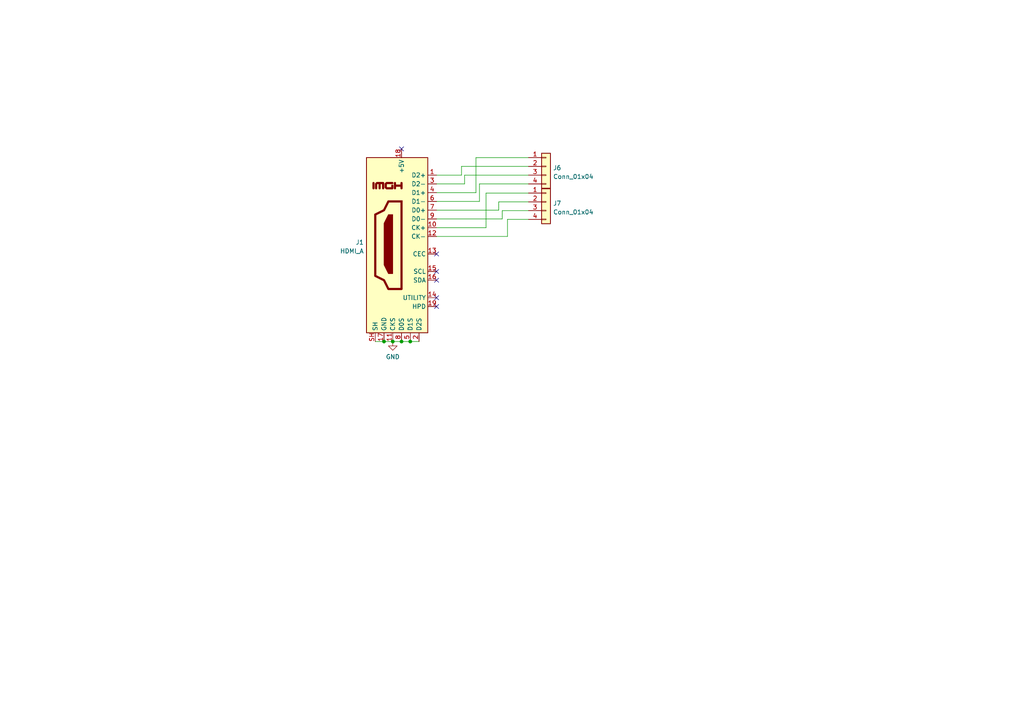
<source format=kicad_sch>
(kicad_sch (version 20211123) (generator eeschema)
  (paper "A4")
  (lib_symbols
    (symbol "Connector:HDMI_A"
      (property "Reference" "J" (at -6.35 26.67 0))
      (property "Value" "HDMI_A" (at 10.16 26.67 0))
      (symbol "HDMI_A_0_0"
        (polyline (pts (xy 8.128 16.51) (xy 8.128 18.034)) (stroke (width 0.635)))
        (polyline (pts (xy 0 16.51) (xy 0 18.034) (xy 0 17.272) (xy 1.905 17.272) (xy 1.905 18.034) (xy 1.905 16.51)) (stroke (width 0.635)))
        (polyline (pts (xy 2.667 18.034) (xy 4.318 18.034) (xy 4.572 17.78) (xy 4.572 16.764) (xy 4.318 16.51) (xy 2.667 16.51) (xy 2.667 17.272)) (stroke (width 0.635)))
      )
      (symbol "HDMI_A_0_1"
        (rectangle (start -7.62 25.4) (end 10.16 -25.4) (stroke (width 0.254)) (fill (type background)))
        (polyline (pts (xy 2.54 8.89) (xy 3.81 8.89) (xy 5.08 6.35) (xy 5.08 -5.715) (xy 3.81 -8.255) (xy 2.54 -8.255) (xy 2.54 8.89)) (fill (type outline)))
        (polyline (pts (xy 5.334 16.51) (xy 5.334 18.034) (xy 6.35 18.034) (xy 6.35 16.51) (xy 6.35 18.034) (xy 7.112 18.034) (xy 7.366 17.78) (xy 7.366 16.51)) (stroke (width 0.635)))
        (polyline (pts (xy 0 12.7) (xy 0 -12.7) (xy 3.81 -12.7) (xy 5.08 -10.16) (xy 7.62 -8.89) (xy 7.62 8.89) (xy 5.08 10.16) (xy 3.81 12.7) (xy 0 12.7)) (stroke (width 0.635)))
      )
      (symbol "HDMI_A_1_1"
        (pin passive line (at -10.16 20.32 0) (length 2.54) (name "D2+") (number "1"))
        (pin passive line (at -10.16 5.08 0) (length 2.54) (name "CK+") (number "10"))
        (pin power_in line (at 2.54 -27.94 90) (length 2.54) (name "CKS") (number "11"))
        (pin passive line (at -10.16 2.54 0) (length 2.54) (name "CK-") (number "12"))
        (pin bidirectional line (at -10.16 -2.54 0) (length 2.54) (name "CEC") (number "13"))
        (pin passive line (at -10.16 -15.24 0) (length 2.54) (name "UTILITY") (number "14"))
        (pin passive line (at -10.16 -7.62 0) (length 2.54) (name "SCL") (number "15"))
        (pin bidirectional line (at -10.16 -10.16 0) (length 2.54) (name "SDA") (number "16"))
        (pin power_in line (at 5.08 -27.94 90) (length 2.54) (name "GND") (number "17"))
        (pin power_in line (at 0 27.94 270) (length 2.54) (name "+5V") (number "18"))
        (pin passive line (at -10.16 -17.78 0) (length 2.54) (name "HPD") (number "19"))
        (pin power_in line (at -5.08 -27.94 90) (length 2.54) (name "D2S") (number "2"))
        (pin passive line (at -10.16 17.78 0) (length 2.54) (name "D2-") (number "3"))
        (pin passive line (at -10.16 15.24 0) (length 2.54) (name "D1+") (number "4"))
        (pin power_in line (at -2.54 -27.94 90) (length 2.54) (name "D1S") (number "5"))
        (pin passive line (at -10.16 12.7 0) (length 2.54) (name "D1-") (number "6"))
        (pin passive line (at -10.16 10.16 0) (length 2.54) (name "D0+") (number "7"))
        (pin power_in line (at 0 -27.94 90) (length 2.54) (name "D0S") (number "8"))
        (pin passive line (at -10.16 7.62 0) (length 2.54) (name "D0-") (number "9"))
        (pin passive line (at 7.62 -27.94 90) (length 2.54) (name "SH") (number "SH"))
      )
    )
    (symbol "Connector_Generic:Conn_01x04" (pin_names (offset 1.016) hide)
      (property "Reference" "J" (at 0 5.08 0))
      (property "Value" "Conn_01x04" (at 0 -7.62 0))
      (symbol "Conn_01x04_1_1"
        (rectangle (start -1.27 -4.953) (end 0 -5.207) (stroke (width 0.1524)))
        (rectangle (start -1.27 -2.413) (end 0 -2.667) (stroke (width 0.1524)))
        (rectangle (start -1.27 0.127) (end 0 -0.127) (stroke (width 0.1524)))
        (rectangle (start -1.27 2.667) (end 0 2.413) (stroke (width 0.1524)))
        (rectangle (start -1.27 3.81) (end 1.27 -6.35) (stroke (width 0.254)) (fill (type background)))
        (pin passive line (at -5.08 2.54 0) (length 3.81) (name "Pin_1") (number "1"))
        (pin passive line (at -5.08 0 0) (length 3.81) (name "Pin_2") (number "2"))
        (pin passive line (at -5.08 -2.54 0) (length 3.81) (name "Pin_3") (number "3"))
        (pin passive line (at -5.08 -5.08 0) (length 3.81) (name "Pin_4") (number "4"))
      )
    )
    (symbol "power:GND" (power) (pin_names (offset 0))
      (property "Value" "GND" (at 0 -3.81 0))
      (symbol "GND_0_1"
        (polyline (pts (xy 0 0) (xy 0 -1.27) (xy 1.27 -1.27) (xy 0 -2.54) (xy -1.27 -1.27) (xy 0 -1.27)))
      )
      (symbol "GND_1_1"
        (pin power_in line (at 0 0 270) (length 0) hide (name "GND") (number "1"))
      )
    )
  )
  (junction (at 113.919 99.06))
  (junction (at 118.999 99.06))
  (junction (at 111.379 99.06))
  (junction (at 116.459 99.06))
  (no_connect (at 126.619 73.66))
  (no_connect (at 126.619 78.74))
  (no_connect (at 116.459 43.18))
  (no_connect (at 126.619 81.28))
  (no_connect (at 126.619 86.36))
  (no_connect (at 126.619 88.9))
  (wire (pts (xy 144.653 58.547) (xy 153.289 58.547)))
  (wire (pts (xy 145.669 61.087) (xy 145.669 63.5)))
  (wire (pts (xy 108.839 99.06) (xy 111.379 99.06)))
  (wire (pts (xy 133.858 48.26) (xy 153.289 48.26)))
  (wire (pts (xy 134.747 50.8) (xy 153.289 50.8)))
  (wire (pts (xy 126.619 53.34) (xy 134.747 53.34)))
  (wire (pts (xy 147.193 68.58) (xy 147.193 63.627)))
  (wire (pts (xy 138.049 55.88) (xy 138.049 45.72)))
  (wire (pts (xy 139.065 58.42) (xy 139.065 53.34)))
  (wire (pts (xy 126.619 58.42) (xy 139.065 58.42)))
  (wire (pts (xy 140.97 56.007) (xy 153.289 56.007)))
  (wire (pts (xy 116.459 99.06) (xy 118.999 99.06)))
  (wire (pts (xy 139.065 53.34) (xy 153.289 53.34)))
  (wire (pts (xy 133.858 50.8) (xy 133.858 48.26)))
  (wire (pts (xy 126.619 66.04) (xy 140.97 66.04)))
  (wire (pts (xy 118.999 99.06) (xy 121.539 99.06)))
  (wire (pts (xy 153.289 61.087) (xy 145.669 61.087)))
  (wire (pts (xy 126.619 68.58) (xy 147.193 68.58)))
  (wire (pts (xy 113.919 99.06) (xy 116.459 99.06)))
  (wire (pts (xy 126.619 55.88) (xy 138.049 55.88)))
  (wire (pts (xy 126.619 63.5) (xy 145.669 63.5)))
  (wire (pts (xy 126.619 60.96) (xy 144.653 60.96)))
  (wire (pts (xy 134.747 53.34) (xy 134.747 50.8)))
  (wire (pts (xy 140.97 66.04) (xy 140.97 56.007)))
  (wire (pts (xy 126.619 50.8) (xy 133.858 50.8)))
  (wire (pts (xy 138.049 45.72) (xy 153.289 45.72)))
  (wire (pts (xy 144.653 60.96) (xy 144.653 58.547)))
  (wire (pts (xy 111.379 99.06) (xy 113.919 99.06)))
  (wire (pts (xy 147.193 63.627) (xy 153.289 63.627)))
  (symbol (lib_id "Connector_Generic:Conn_01x04") (at 158.369 58.547 0) (unit 1)
    (property "Reference" "J7" (at 160.401 58.9823 0) (effects (justify left)))
    (property "Value" "Conn_01x04" (at 160.401 61.5192 0) (effects (justify left)))
    (property "Footprint" "Connector_JST:JST_SH_SM04B-SRSS-TB_1x04-1MP_P1.00mm_Horizontal" (effects hide))
    (property "LCSC" "C371571" (effects hide))
  )
  (symbol (lib_id "power:GND") (at 113.919 99.06 0) (unit 1)
    (property "Reference" "#PWR01" (effects hide))
    (property "Value" "GND" (at 113.919 103.5034 0))
  )
  (symbol (lib_id "Connector_Generic:Conn_01x04") (at 158.369 48.26 0) (unit 1)
    (property "Reference" "J6" (at 160.401 48.6953 0) (effects (justify left)))
    (property "Value" "Conn_01x04" (at 160.401 51.2322 0) (effects (justify left)))
    (property "Footprint" "Connector_JST:JST_SH_SM04B-SRSS-TB_1x04-1MP_P1.00mm_Horizontal" (effects hide))
    (property "LCSC" "C371571" (effects hide))
  )
  (symbol (lib_id "Connector:HDMI_A") (at 116.459 71.12 0) (mirror y) (unit 1)
    (property "Reference" "J1" (at 105.5371 70.2853 0) (effects (justify left)))
    (property "Value" "HDMI_A" (at 105.5371 72.8222 0) (effects (justify left)))
    (property "Footprint" "0_15Pin_FootprintsLib:HDMI-SMD_HDMI-019S" (effects hide))
    (property "Datasheet" "https://en.wikipedia.org/wiki/HDMI" (effects hide))
    (property "LCSC" "C111617" (effects hide))
  )
)
</source>
